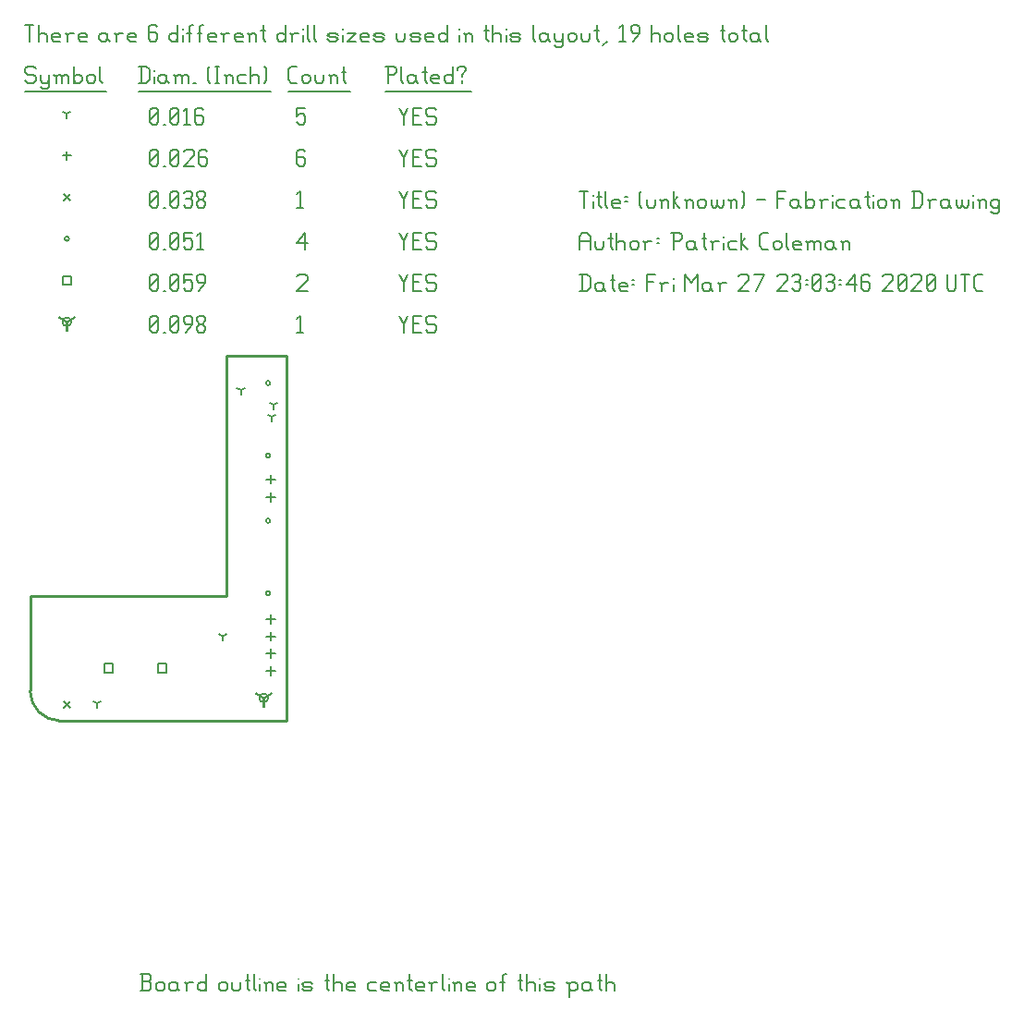
<source format=gbr>
G04 start of page 12 for group -3984 idx -3984 *
G04 Title: (unknown), fab *
G04 Creator: pcb 4.2.0 *
G04 CreationDate: Fri Mar 27 23:03:46 2020 UTC *
G04 For: blinken *
G04 Format: Gerber/RS-274X *
G04 PCB-Dimensions (mm): 65.00 56.00 *
G04 PCB-Coordinate-Origin: lower left *
%MOMM*%
%FSLAX43Y43*%
%LNFAB*%
%ADD68C,0.254*%
%ADD67C,0.191*%
%ADD66C,0.152*%
%ADD65C,0.002*%
%ADD64R,0.203X0.203*%
G54D64*X21850Y24400D02*Y23587D01*
G54D65*G36*
X21711Y24437D02*X22592Y24945D01*
X22693Y24769D01*
X21813Y24261D01*
X21711Y24437D01*
G37*
G36*
X21887Y24261D02*X21007Y24769D01*
X21108Y24945D01*
X21989Y24437D01*
X21887Y24261D01*
G37*
G54D64*X21444Y24400D02*G75*G03X22256Y24400I406J0D01*G01*
G75*G03X21444Y24400I-406J0D01*G01*
X3810Y58858D02*Y58045D01*
G54D65*G36*
X3671Y58895D02*X4552Y59403D01*
X4653Y59227D01*
X3773Y58719D01*
X3671Y58895D01*
G37*
G36*
X3847Y58719D02*X2967Y59227D01*
X3068Y59403D01*
X3949Y58895D01*
X3847Y58719D01*
G37*
G54D64*X3404Y58858D02*G75*G03X4216Y58858I406J0D01*G01*
G75*G03X3404Y58858I-406J0D01*G01*
G54D66*X34290Y59429D02*X34671Y58667D01*
X35052Y59429D01*
X34671Y58667D02*Y57905D01*
X35509Y58743D02*X36081D01*
X35509Y57905D02*X36271D01*
X35509Y59429D02*Y57905D01*
Y59429D02*X36271D01*
X37490D02*X37681Y59238D01*
X36919Y59429D02*X37490D01*
X36728Y59238D02*X36919Y59429D01*
X36728Y59238D02*Y58858D01*
X36919Y58667D01*
X37490D01*
X37681Y58476D01*
Y58096D01*
X37490Y57905D02*X37681Y58096D01*
X36919Y57905D02*X37490D01*
X36728Y58096D02*X36919Y57905D01*
X24892Y59124D02*X25197Y59429D01*
Y57905D01*
X24892D02*X25464D01*
X11430Y58096D02*X11620Y57905D01*
X11430Y59238D02*Y58096D01*
Y59238D02*X11620Y59429D01*
X12002D01*
X12192Y59238D01*
Y58096D01*
X12002Y57905D02*X12192Y58096D01*
X11620Y57905D02*X12002D01*
X11430Y58286D02*X12192Y59048D01*
X12649Y57905D02*X12840D01*
X13297Y58096D02*X13487Y57905D01*
X13297Y59238D02*Y58096D01*
Y59238D02*X13487Y59429D01*
X13868D01*
X14059Y59238D01*
Y58096D01*
X13868Y57905D02*X14059Y58096D01*
X13487Y57905D02*X13868D01*
X13297Y58286D02*X14059Y59048D01*
X14707Y57905D02*X15278Y58667D01*
Y59238D02*Y58667D01*
X15088Y59429D02*X15278Y59238D01*
X14707Y59429D02*X15088D01*
X14516Y59238D02*X14707Y59429D01*
X14516Y59238D02*Y58858D01*
X14707Y58667D01*
X15278D01*
X15735Y58096D02*X15926Y57905D01*
X15735Y58400D02*Y58096D01*
Y58400D02*X16002Y58667D01*
X16231D01*
X16497Y58400D01*
Y58096D01*
X16307Y57905D02*X16497Y58096D01*
X15926Y57905D02*X16307D01*
X15735Y58934D02*X16002Y58667D01*
X15735Y59238D02*Y58934D01*
Y59238D02*X15926Y59429D01*
X16307D01*
X16497Y59238D01*
Y58934D01*
X16231Y58667D02*X16497Y58934D01*
X12144Y27556D02*X12956D01*
X12144D02*Y26744D01*
X12956D01*
Y27556D02*Y26744D01*
X7244Y27556D02*X8056D01*
X7244D02*Y26744D01*
X8056D01*
Y27556D02*Y26744D01*
X3404Y63074D02*X4216D01*
X3404D02*Y62261D01*
X4216D01*
Y63074D02*Y62261D01*
X34290Y63239D02*X34671Y62477D01*
X35052Y63239D01*
X34671Y62477D02*Y61715D01*
X35509Y62553D02*X36081D01*
X35509Y61715D02*X36271D01*
X35509Y63239D02*Y61715D01*
Y63239D02*X36271D01*
X37490D02*X37681Y63048D01*
X36919Y63239D02*X37490D01*
X36728Y63048D02*X36919Y63239D01*
X36728Y63048D02*Y62668D01*
X36919Y62477D01*
X37490D01*
X37681Y62286D01*
Y61906D01*
X37490Y61715D02*X37681Y61906D01*
X36919Y61715D02*X37490D01*
X36728Y61906D02*X36919Y61715D01*
X24892Y63048D02*X25082Y63239D01*
X25654D01*
X25844Y63048D01*
Y62668D01*
X24892Y61715D02*X25844Y62668D01*
X24892Y61715D02*X25844D01*
X11430Y61906D02*X11620Y61715D01*
X11430Y63048D02*Y61906D01*
Y63048D02*X11620Y63239D01*
X12002D01*
X12192Y63048D01*
Y61906D01*
X12002Y61715D02*X12192Y61906D01*
X11620Y61715D02*X12002D01*
X11430Y62096D02*X12192Y62858D01*
X12649Y61715D02*X12840D01*
X13297Y61906D02*X13487Y61715D01*
X13297Y63048D02*Y61906D01*
Y63048D02*X13487Y63239D01*
X13868D01*
X14059Y63048D01*
Y61906D01*
X13868Y61715D02*X14059Y61906D01*
X13487Y61715D02*X13868D01*
X13297Y62096D02*X14059Y62858D01*
X14516Y63239D02*X15278D01*
X14516D02*Y62477D01*
X14707Y62668D01*
X15088D01*
X15278Y62477D01*
Y61906D01*
X15088Y61715D02*X15278Y61906D01*
X14707Y61715D02*X15088D01*
X14516Y61906D02*X14707Y61715D01*
X15926D02*X16497Y62477D01*
Y63048D02*Y62477D01*
X16307Y63239D02*X16497Y63048D01*
X15926Y63239D02*X16307D01*
X15735Y63048D02*X15926Y63239D01*
X15735Y63048D02*Y62668D01*
X15926Y62477D01*
X16497D01*
X22047Y34000D02*G75*G03X22453Y34000I203J0D01*G01*
G75*G03X22047Y34000I-203J0D01*G01*
Y40650D02*G75*G03X22453Y40650I203J0D01*G01*
G75*G03X22047Y40650I-203J0D01*G01*
Y46600D02*G75*G03X22453Y46600I203J0D01*G01*
G75*G03X22047Y46600I-203J0D01*G01*
Y53250D02*G75*G03X22453Y53250I203J0D01*G01*
G75*G03X22047Y53250I-203J0D01*G01*
X3607Y66478D02*G75*G03X4013Y66478I203J0D01*G01*
G75*G03X3607Y66478I-203J0D01*G01*
X34290Y67049D02*X34671Y66287D01*
X35052Y67049D01*
X34671Y66287D02*Y65525D01*
X35509Y66363D02*X36081D01*
X35509Y65525D02*X36271D01*
X35509Y67049D02*Y65525D01*
Y67049D02*X36271D01*
X37490D02*X37681Y66858D01*
X36919Y67049D02*X37490D01*
X36728Y66858D02*X36919Y67049D01*
X36728Y66858D02*Y66478D01*
X36919Y66287D01*
X37490D01*
X37681Y66096D01*
Y65716D01*
X37490Y65525D02*X37681Y65716D01*
X36919Y65525D02*X37490D01*
X36728Y65716D02*X36919Y65525D01*
X24892Y66096D02*X25654Y67049D01*
X24892Y66096D02*X25844D01*
X25654Y67049D02*Y65525D01*
X11430Y65716D02*X11620Y65525D01*
X11430Y66858D02*Y65716D01*
Y66858D02*X11620Y67049D01*
X12002D01*
X12192Y66858D01*
Y65716D01*
X12002Y65525D02*X12192Y65716D01*
X11620Y65525D02*X12002D01*
X11430Y65906D02*X12192Y66668D01*
X12649Y65525D02*X12840D01*
X13297Y65716D02*X13487Y65525D01*
X13297Y66858D02*Y65716D01*
Y66858D02*X13487Y67049D01*
X13868D01*
X14059Y66858D01*
Y65716D01*
X13868Y65525D02*X14059Y65716D01*
X13487Y65525D02*X13868D01*
X13297Y65906D02*X14059Y66668D01*
X14516Y67049D02*X15278D01*
X14516D02*Y66287D01*
X14707Y66478D01*
X15088D01*
X15278Y66287D01*
Y65716D01*
X15088Y65525D02*X15278Y65716D01*
X14707Y65525D02*X15088D01*
X14516Y65716D02*X14707Y65525D01*
X15735Y66744D02*X16040Y67049D01*
Y65525D01*
X15735D02*X16307D01*
X3495Y24105D02*X4105Y23495D01*
X3495D02*X4105Y24105D01*
X3505Y70592D02*X4115Y69983D01*
X3505D02*X4115Y70592D01*
X34290Y70859D02*X34671Y70097D01*
X35052Y70859D01*
X34671Y70097D02*Y69335D01*
X35509Y70173D02*X36081D01*
X35509Y69335D02*X36271D01*
X35509Y70859D02*Y69335D01*
Y70859D02*X36271D01*
X37490D02*X37681Y70668D01*
X36919Y70859D02*X37490D01*
X36728Y70668D02*X36919Y70859D01*
X36728Y70668D02*Y70288D01*
X36919Y70097D01*
X37490D01*
X37681Y69906D01*
Y69526D01*
X37490Y69335D02*X37681Y69526D01*
X36919Y69335D02*X37490D01*
X36728Y69526D02*X36919Y69335D01*
X24892Y70554D02*X25197Y70859D01*
Y69335D01*
X24892D02*X25464D01*
X11430Y69526D02*X11620Y69335D01*
X11430Y70668D02*Y69526D01*
Y70668D02*X11620Y70859D01*
X12002D01*
X12192Y70668D01*
Y69526D01*
X12002Y69335D02*X12192Y69526D01*
X11620Y69335D02*X12002D01*
X11430Y69716D02*X12192Y70478D01*
X12649Y69335D02*X12840D01*
X13297Y69526D02*X13487Y69335D01*
X13297Y70668D02*Y69526D01*
Y70668D02*X13487Y70859D01*
X13868D01*
X14059Y70668D01*
Y69526D01*
X13868Y69335D02*X14059Y69526D01*
X13487Y69335D02*X13868D01*
X13297Y69716D02*X14059Y70478D01*
X14516Y70668D02*X14707Y70859D01*
X15088D01*
X15278Y70668D01*
X15088Y69335D02*X15278Y69526D01*
X14707Y69335D02*X15088D01*
X14516Y69526D02*X14707Y69335D01*
Y70173D02*X15088D01*
X15278Y70668D02*Y70364D01*
Y69983D02*Y69526D01*
Y69983D02*X15088Y70173D01*
X15278Y70364D02*X15088Y70173D01*
X15735Y69526D02*X15926Y69335D01*
X15735Y69830D02*Y69526D01*
Y69830D02*X16002Y70097D01*
X16231D01*
X16497Y69830D01*
Y69526D01*
X16307Y69335D02*X16497Y69526D01*
X15926Y69335D02*X16307D01*
X15735Y70364D02*X16002Y70097D01*
X15735Y70668D02*Y70364D01*
Y70668D02*X15926Y70859D01*
X16307D01*
X16497Y70668D01*
Y70364D01*
X16231Y70097D02*X16497Y70364D01*
X22500Y27306D02*Y26494D01*
X22094Y26900D02*X22906D01*
X22500Y28906D02*Y28094D01*
X22094Y28500D02*X22906D01*
X22500Y30456D02*Y29644D01*
X22094Y30050D02*X22906D01*
X22500Y32006D02*Y31194D01*
X22094Y31600D02*X22906D01*
X22500Y43206D02*Y42394D01*
X22094Y42800D02*X22906D01*
X22500Y44856D02*Y44044D01*
X22094Y44450D02*X22906D01*
X3810Y74504D02*Y73691D01*
X3404Y74098D02*X4216D01*
X34290Y74669D02*X34671Y73907D01*
X35052Y74669D01*
X34671Y73907D02*Y73145D01*
X35509Y73983D02*X36081D01*
X35509Y73145D02*X36271D01*
X35509Y74669D02*Y73145D01*
Y74669D02*X36271D01*
X37490D02*X37681Y74478D01*
X36919Y74669D02*X37490D01*
X36728Y74478D02*X36919Y74669D01*
X36728Y74478D02*Y74098D01*
X36919Y73907D01*
X37490D01*
X37681Y73716D01*
Y73336D01*
X37490Y73145D02*X37681Y73336D01*
X36919Y73145D02*X37490D01*
X36728Y73336D02*X36919Y73145D01*
X25464Y74669D02*X25654Y74478D01*
X25082Y74669D02*X25464D01*
X24892Y74478D02*X25082Y74669D01*
X24892Y74478D02*Y73336D01*
X25082Y73145D01*
X25464Y73983D02*X25654Y73793D01*
X24892Y73983D02*X25464D01*
X25082Y73145D02*X25464D01*
X25654Y73336D01*
Y73793D02*Y73336D01*
X11430D02*X11620Y73145D01*
X11430Y74478D02*Y73336D01*
Y74478D02*X11620Y74669D01*
X12002D01*
X12192Y74478D01*
Y73336D01*
X12002Y73145D02*X12192Y73336D01*
X11620Y73145D02*X12002D01*
X11430Y73526D02*X12192Y74288D01*
X12649Y73145D02*X12840D01*
X13297Y73336D02*X13487Y73145D01*
X13297Y74478D02*Y73336D01*
Y74478D02*X13487Y74669D01*
X13868D01*
X14059Y74478D01*
Y73336D01*
X13868Y73145D02*X14059Y73336D01*
X13487Y73145D02*X13868D01*
X13297Y73526D02*X14059Y74288D01*
X14516Y74478D02*X14707Y74669D01*
X15278D01*
X15469Y74478D01*
Y74098D01*
X14516Y73145D02*X15469Y74098D01*
X14516Y73145D02*X15469D01*
X16497Y74669D02*X16688Y74478D01*
X16116Y74669D02*X16497D01*
X15926Y74478D02*X16116Y74669D01*
X15926Y74478D02*Y73336D01*
X16116Y73145D01*
X16497Y73983D02*X16688Y73793D01*
X15926Y73983D02*X16497D01*
X16116Y73145D02*X16497D01*
X16688Y73336D01*
Y73793D02*Y73336D01*
X18100Y30050D02*Y29644D01*
Y30050D02*X18452Y30253D01*
X18100Y30050D02*X17748Y30253D01*
X22750Y51250D02*Y50844D01*
Y51250D02*X23102Y51453D01*
X22750Y51250D02*X22398Y51453D01*
X6575Y23900D02*Y23494D01*
Y23900D02*X6927Y24103D01*
X6575Y23900D02*X6223Y24103D01*
X22600Y50150D02*Y49744D01*
Y50150D02*X22952Y50353D01*
X22600Y50150D02*X22248Y50353D01*
X19750Y52600D02*Y52194D01*
Y52600D02*X20102Y52803D01*
X19750Y52600D02*X19398Y52803D01*
X3810Y77908D02*Y77501D01*
Y77908D02*X4162Y78111D01*
X3810Y77908D02*X3458Y78111D01*
X34290Y78479D02*X34671Y77717D01*
X35052Y78479D01*
X34671Y77717D02*Y76955D01*
X35509Y77793D02*X36081D01*
X35509Y76955D02*X36271D01*
X35509Y78479D02*Y76955D01*
Y78479D02*X36271D01*
X37490D02*X37681Y78288D01*
X36919Y78479D02*X37490D01*
X36728Y78288D02*X36919Y78479D01*
X36728Y78288D02*Y77908D01*
X36919Y77717D01*
X37490D01*
X37681Y77526D01*
Y77146D01*
X37490Y76955D02*X37681Y77146D01*
X36919Y76955D02*X37490D01*
X36728Y77146D02*X36919Y76955D01*
X24892Y78479D02*X25654D01*
X24892D02*Y77717D01*
X25082Y77908D01*
X25464D01*
X25654Y77717D01*
Y77146D01*
X25464Y76955D02*X25654Y77146D01*
X25082Y76955D02*X25464D01*
X24892Y77146D02*X25082Y76955D01*
X11430Y77146D02*X11620Y76955D01*
X11430Y78288D02*Y77146D01*
Y78288D02*X11620Y78479D01*
X12002D01*
X12192Y78288D01*
Y77146D01*
X12002Y76955D02*X12192Y77146D01*
X11620Y76955D02*X12002D01*
X11430Y77336D02*X12192Y78098D01*
X12649Y76955D02*X12840D01*
X13297Y77146D02*X13487Y76955D01*
X13297Y78288D02*Y77146D01*
Y78288D02*X13487Y78479D01*
X13868D01*
X14059Y78288D01*
Y77146D01*
X13868Y76955D02*X14059Y77146D01*
X13487Y76955D02*X13868D01*
X13297Y77336D02*X14059Y78098D01*
X14516Y78174D02*X14821Y78479D01*
Y76955D01*
X14516D02*X15088D01*
X16116Y78479D02*X16307Y78288D01*
X15735Y78479D02*X16116D01*
X15545Y78288D02*X15735Y78479D01*
X15545Y78288D02*Y77146D01*
X15735Y76955D01*
X16116Y77793D02*X16307Y77603D01*
X15545Y77793D02*X16116D01*
X15735Y76955D02*X16116D01*
X16307Y77146D01*
Y77603D02*Y77146D01*
X762Y82289D02*X952Y82098D01*
X190Y82289D02*X762D01*
X0Y82098D02*X190Y82289D01*
X0Y82098D02*Y81718D01*
X190Y81527D01*
X762D01*
X952Y81336D01*
Y80956D01*
X762Y80765D02*X952Y80956D01*
X190Y80765D02*X762D01*
X0Y80956D02*X190Y80765D01*
X1410Y81527D02*Y80956D01*
X1600Y80765D01*
X2172Y81527D02*Y80384D01*
X1981Y80194D02*X2172Y80384D01*
X1600Y80194D02*X1981D01*
X1410Y80384D02*X1600Y80194D01*
Y80765D02*X1981D01*
X2172Y80956D01*
X2819Y81336D02*Y80765D01*
Y81336D02*X3010Y81527D01*
X3200D01*
X3391Y81336D01*
Y80765D01*
Y81336D02*X3581Y81527D01*
X3772D01*
X3962Y81336D01*
Y80765D01*
X2629Y81527D02*X2819Y81336D01*
X4420Y82289D02*Y80765D01*
Y80956D02*X4610Y80765D01*
X4991D01*
X5182Y80956D01*
Y81336D02*Y80956D01*
X4991Y81527D02*X5182Y81336D01*
X4610Y81527D02*X4991D01*
X4420Y81336D02*X4610Y81527D01*
X5639Y81336D02*Y80956D01*
Y81336D02*X5829Y81527D01*
X6210D01*
X6401Y81336D01*
Y80956D01*
X6210Y80765D02*X6401Y80956D01*
X5829Y80765D02*X6210D01*
X5639Y80956D02*X5829Y80765D01*
X6858Y82289D02*Y80956D01*
X7049Y80765D01*
X0Y79939D02*X7430D01*
X10604Y82289D02*Y80765D01*
X11100Y82289D02*X11366Y82022D01*
Y81032D01*
X11100Y80765D02*X11366Y81032D01*
X10414Y80765D02*X11100D01*
X10414Y82289D02*X11100D01*
G54D67*X11824Y81908D02*Y81870D01*
G54D66*Y81336D02*Y80765D01*
X12776Y81527D02*X12967Y81336D01*
X12395Y81527D02*X12776D01*
X12205Y81336D02*X12395Y81527D01*
X12205Y81336D02*Y80956D01*
X12395Y80765D01*
X12967Y81527D02*Y80956D01*
X13157Y80765D01*
X12395D02*X12776D01*
X12967Y80956D01*
X13805Y81336D02*Y80765D01*
Y81336D02*X13995Y81527D01*
X14186D01*
X14376Y81336D01*
Y80765D01*
Y81336D02*X14567Y81527D01*
X14757D01*
X14948Y81336D01*
Y80765D01*
X13614Y81527D02*X13805Y81336D01*
X15405Y80765D02*X15596D01*
X16739Y80956D02*X16929Y80765D01*
X16739Y82098D02*X16929Y82289D01*
X16739Y82098D02*Y80956D01*
X17386Y82289D02*X17767D01*
X17577D02*Y80765D01*
X17386D02*X17767D01*
X18415Y81336D02*Y80765D01*
Y81336D02*X18606Y81527D01*
X18796D01*
X18987Y81336D01*
Y80765D01*
X18225Y81527D02*X18415Y81336D01*
X19634Y81527D02*X20206D01*
X19444Y81336D02*X19634Y81527D01*
X19444Y81336D02*Y80956D01*
X19634Y80765D01*
X20206D01*
X20663Y82289D02*Y80765D01*
Y81336D02*X20853Y81527D01*
X21234D01*
X21425Y81336D01*
Y80765D01*
X21882Y82289D02*X22073Y82098D01*
Y80956D01*
X21882Y80765D02*X22073Y80956D01*
X10414Y79939D02*X22530D01*
X24397Y80765D02*X24892D01*
X24130Y81032D02*X24397Y80765D01*
X24130Y82022D02*Y81032D01*
Y82022D02*X24397Y82289D01*
X24892D01*
X25349Y81336D02*Y80956D01*
Y81336D02*X25540Y81527D01*
X25921D01*
X26111Y81336D01*
Y80956D01*
X25921Y80765D02*X26111Y80956D01*
X25540Y80765D02*X25921D01*
X25349Y80956D02*X25540Y80765D01*
X26568Y81527D02*Y80956D01*
X26759Y80765D01*
X27140D01*
X27330Y80956D01*
Y81527D02*Y80956D01*
X27978Y81336D02*Y80765D01*
Y81336D02*X28169Y81527D01*
X28359D01*
X28550Y81336D01*
Y80765D01*
X27788Y81527D02*X27978Y81336D01*
X29197Y82289D02*Y80956D01*
X29388Y80765D01*
X29007Y81718D02*X29388D01*
X24130Y79939D02*X29769D01*
X33210Y82289D02*Y80765D01*
X33020Y82289D02*X33782D01*
X33972Y82098D01*
Y81718D01*
X33782Y81527D02*X33972Y81718D01*
X33210Y81527D02*X33782D01*
X34430Y82289D02*Y80956D01*
X34620Y80765D01*
X35573Y81527D02*X35763Y81336D01*
X35192Y81527D02*X35573D01*
X35001Y81336D02*X35192Y81527D01*
X35001Y81336D02*Y80956D01*
X35192Y80765D01*
X35763Y81527D02*Y80956D01*
X35954Y80765D01*
X35192D02*X35573D01*
X35763Y80956D01*
X36601Y82289D02*Y80956D01*
X36792Y80765D01*
X36411Y81718D02*X36792D01*
X37363Y80765D02*X37935D01*
X37173Y80956D02*X37363Y80765D01*
X37173Y81336D02*Y80956D01*
Y81336D02*X37363Y81527D01*
X37744D01*
X37935Y81336D01*
X37173Y81146D02*X37935D01*
Y81336D02*Y81146D01*
X39154Y82289D02*Y80765D01*
X38964D02*X39154Y80956D01*
X38583Y80765D02*X38964D01*
X38392Y80956D02*X38583Y80765D01*
X38392Y81336D02*Y80956D01*
Y81336D02*X38583Y81527D01*
X38964D01*
X39154Y81336D01*
X39992Y81527D02*Y81336D01*
Y80956D02*Y80765D01*
X39611Y82098D02*Y81908D01*
Y82098D02*X39802Y82289D01*
X40183D01*
X40373Y82098D01*
Y81908D01*
X39992Y81527D02*X40373Y81908D01*
X33020Y79939D02*X40831D01*
X0Y86099D02*X762D01*
X381D02*Y84575D01*
X1219Y86099D02*Y84575D01*
Y85146D02*X1410Y85337D01*
X1791D01*
X1981Y85146D01*
Y84575D01*
X2629D02*X3200D01*
X2438Y84766D02*X2629Y84575D01*
X2438Y85146D02*Y84766D01*
Y85146D02*X2629Y85337D01*
X3010D01*
X3200Y85146D01*
X2438Y84956D02*X3200D01*
Y85146D02*Y84956D01*
X3848Y85146D02*Y84575D01*
Y85146D02*X4039Y85337D01*
X4420D01*
X3658D02*X3848Y85146D01*
X5067Y84575D02*X5639D01*
X4877Y84766D02*X5067Y84575D01*
X4877Y85146D02*Y84766D01*
Y85146D02*X5067Y85337D01*
X5448D01*
X5639Y85146D01*
X4877Y84956D02*X5639D01*
Y85146D02*Y84956D01*
X7353Y85337D02*X7544Y85146D01*
X6972Y85337D02*X7353D01*
X6782Y85146D02*X6972Y85337D01*
X6782Y85146D02*Y84766D01*
X6972Y84575D01*
X7544Y85337D02*Y84766D01*
X7734Y84575D01*
X6972D02*X7353D01*
X7544Y84766D01*
X8382Y85146D02*Y84575D01*
Y85146D02*X8573Y85337D01*
X8954D01*
X8192D02*X8382Y85146D01*
X9601Y84575D02*X10173D01*
X9411Y84766D02*X9601Y84575D01*
X9411Y85146D02*Y84766D01*
Y85146D02*X9601Y85337D01*
X9982D01*
X10173Y85146D01*
X9411Y84956D02*X10173D01*
Y85146D02*Y84956D01*
X11887Y86099D02*X12078Y85908D01*
X11506Y86099D02*X11887D01*
X11316Y85908D02*X11506Y86099D01*
X11316Y85908D02*Y84766D01*
X11506Y84575D01*
X11887Y85413D02*X12078Y85223D01*
X11316Y85413D02*X11887D01*
X11506Y84575D02*X11887D01*
X12078Y84766D01*
Y85223D02*Y84766D01*
X13983Y86099D02*Y84575D01*
X13792D02*X13983Y84766D01*
X13411Y84575D02*X13792D01*
X13221Y84766D02*X13411Y84575D01*
X13221Y85146D02*Y84766D01*
Y85146D02*X13411Y85337D01*
X13792D01*
X13983Y85146D01*
G54D67*X14440Y85718D02*Y85680D01*
G54D66*Y85146D02*Y84575D01*
X15011Y85908D02*Y84575D01*
Y85908D02*X15202Y86099D01*
X15392D01*
X14821Y85337D02*X15202D01*
X15964Y85908D02*Y84575D01*
Y85908D02*X16154Y86099D01*
X16345D01*
X15773Y85337D02*X16154D01*
X16916Y84575D02*X17488D01*
X16726Y84766D02*X16916Y84575D01*
X16726Y85146D02*Y84766D01*
Y85146D02*X16916Y85337D01*
X17297D01*
X17488Y85146D01*
X16726Y84956D02*X17488D01*
Y85146D02*Y84956D01*
X18136Y85146D02*Y84575D01*
Y85146D02*X18326Y85337D01*
X18707D01*
X17945D02*X18136Y85146D01*
X19355Y84575D02*X19926D01*
X19164Y84766D02*X19355Y84575D01*
X19164Y85146D02*Y84766D01*
Y85146D02*X19355Y85337D01*
X19736D01*
X19926Y85146D01*
X19164Y84956D02*X19926D01*
Y85146D02*Y84956D01*
X20574Y85146D02*Y84575D01*
Y85146D02*X20765Y85337D01*
X20955D01*
X21146Y85146D01*
Y84575D01*
X20384Y85337D02*X20574Y85146D01*
X21793Y86099D02*Y84766D01*
X21984Y84575D01*
X21603Y85528D02*X21984D01*
X23813Y86099D02*Y84575D01*
X23622D02*X23813Y84766D01*
X23241Y84575D02*X23622D01*
X23051Y84766D02*X23241Y84575D01*
X23051Y85146D02*Y84766D01*
Y85146D02*X23241Y85337D01*
X23622D01*
X23813Y85146D01*
X24460D02*Y84575D01*
Y85146D02*X24651Y85337D01*
X25032D01*
X24270D02*X24460Y85146D01*
G54D67*X25489Y85718D02*Y85680D01*
G54D66*Y85146D02*Y84575D01*
X25870Y86099D02*Y84766D01*
X26060Y84575D01*
X26441Y86099D02*Y84766D01*
X26632Y84575D01*
X27889D02*X28461D01*
X28651Y84766D01*
X28461Y84956D02*X28651Y84766D01*
X27889Y84956D02*X28461D01*
X27699Y85146D02*X27889Y84956D01*
X27699Y85146D02*X27889Y85337D01*
X28461D01*
X28651Y85146D01*
X27699Y84766D02*X27889Y84575D01*
G54D67*X29108Y85718D02*Y85680D01*
G54D66*Y85146D02*Y84575D01*
X29489Y85337D02*X30251D01*
X29489Y84575D02*X30251Y85337D01*
X29489Y84575D02*X30251D01*
X30899D02*X31471D01*
X30709Y84766D02*X30899Y84575D01*
X30709Y85146D02*Y84766D01*
Y85146D02*X30899Y85337D01*
X31280D01*
X31471Y85146D01*
X30709Y84956D02*X31471D01*
Y85146D02*Y84956D01*
X32118Y84575D02*X32690D01*
X32880Y84766D01*
X32690Y84956D02*X32880Y84766D01*
X32118Y84956D02*X32690D01*
X31928Y85146D02*X32118Y84956D01*
X31928Y85146D02*X32118Y85337D01*
X32690D01*
X32880Y85146D01*
X31928Y84766D02*X32118Y84575D01*
X34023Y85337D02*Y84766D01*
X34214Y84575D01*
X34595D01*
X34785Y84766D01*
Y85337D02*Y84766D01*
X35433Y84575D02*X36005D01*
X36195Y84766D01*
X36005Y84956D02*X36195Y84766D01*
X35433Y84956D02*X36005D01*
X35243Y85146D02*X35433Y84956D01*
X35243Y85146D02*X35433Y85337D01*
X36005D01*
X36195Y85146D01*
X35243Y84766D02*X35433Y84575D01*
X36843D02*X37414D01*
X36652Y84766D02*X36843Y84575D01*
X36652Y85146D02*Y84766D01*
Y85146D02*X36843Y85337D01*
X37224D01*
X37414Y85146D01*
X36652Y84956D02*X37414D01*
Y85146D02*Y84956D01*
X38633Y86099D02*Y84575D01*
X38443D02*X38633Y84766D01*
X38062Y84575D02*X38443D01*
X37871Y84766D02*X38062Y84575D01*
X37871Y85146D02*Y84766D01*
Y85146D02*X38062Y85337D01*
X38443D01*
X38633Y85146D01*
G54D67*X39776Y85718D02*Y85680D01*
G54D66*Y85146D02*Y84575D01*
X40348Y85146D02*Y84575D01*
Y85146D02*X40538Y85337D01*
X40729D01*
X40919Y85146D01*
Y84575D01*
X40157Y85337D02*X40348Y85146D01*
X42253Y86099D02*Y84766D01*
X42443Y84575D01*
X42062Y85528D02*X42443D01*
X42824Y86099D02*Y84575D01*
Y85146D02*X43015Y85337D01*
X43396D01*
X43586Y85146D01*
Y84575D01*
G54D67*X44044Y85718D02*Y85680D01*
G54D66*Y85146D02*Y84575D01*
X44615D02*X45187D01*
X45377Y84766D01*
X45187Y84956D02*X45377Y84766D01*
X44615Y84956D02*X45187D01*
X44425Y85146D02*X44615Y84956D01*
X44425Y85146D02*X44615Y85337D01*
X45187D01*
X45377Y85146D01*
X44425Y84766D02*X44615Y84575D01*
X46520Y86099D02*Y84766D01*
X46711Y84575D01*
X47663Y85337D02*X47854Y85146D01*
X47282Y85337D02*X47663D01*
X47092Y85146D02*X47282Y85337D01*
X47092Y85146D02*Y84766D01*
X47282Y84575D01*
X47854Y85337D02*Y84766D01*
X48044Y84575D01*
X47282D02*X47663D01*
X47854Y84766D01*
X48501Y85337D02*Y84766D01*
X48692Y84575D01*
X49263Y85337D02*Y84194D01*
X49073Y84004D02*X49263Y84194D01*
X48692Y84004D02*X49073D01*
X48501Y84194D02*X48692Y84004D01*
Y84575D02*X49073D01*
X49263Y84766D01*
X49721Y85146D02*Y84766D01*
Y85146D02*X49911Y85337D01*
X50292D01*
X50483Y85146D01*
Y84766D01*
X50292Y84575D02*X50483Y84766D01*
X49911Y84575D02*X50292D01*
X49721Y84766D02*X49911Y84575D01*
X50940Y85337D02*Y84766D01*
X51130Y84575D01*
X51511D01*
X51702Y84766D01*
Y85337D02*Y84766D01*
X52349Y86099D02*Y84766D01*
X52540Y84575D01*
X52159Y85528D02*X52540D01*
X52921Y84194D02*X53302Y84575D01*
X54445Y85794D02*X54750Y86099D01*
Y84575D01*
X54445D02*X55016D01*
X55664D02*X56236Y85337D01*
Y85908D02*Y85337D01*
X56045Y86099D02*X56236Y85908D01*
X55664Y86099D02*X56045D01*
X55474Y85908D02*X55664Y86099D01*
X55474Y85908D02*Y85528D01*
X55664Y85337D01*
X56236D01*
X57379Y86099D02*Y84575D01*
Y85146D02*X57569Y85337D01*
X57950D01*
X58141Y85146D01*
Y84575D01*
X58598Y85146D02*Y84766D01*
Y85146D02*X58788Y85337D01*
X59169D01*
X59360Y85146D01*
Y84766D01*
X59169Y84575D02*X59360Y84766D01*
X58788Y84575D02*X59169D01*
X58598Y84766D02*X58788Y84575D01*
X59817Y86099D02*Y84766D01*
X60008Y84575D01*
X60579D02*X61151D01*
X60389Y84766D02*X60579Y84575D01*
X60389Y85146D02*Y84766D01*
Y85146D02*X60579Y85337D01*
X60960D01*
X61151Y85146D01*
X60389Y84956D02*X61151D01*
Y85146D02*Y84956D01*
X61798Y84575D02*X62370D01*
X62560Y84766D01*
X62370Y84956D02*X62560Y84766D01*
X61798Y84956D02*X62370D01*
X61608Y85146D02*X61798Y84956D01*
X61608Y85146D02*X61798Y85337D01*
X62370D01*
X62560Y85146D01*
X61608Y84766D02*X61798Y84575D01*
X63894Y86099D02*Y84766D01*
X64084Y84575D01*
X63703Y85528D02*X64084D01*
X64465Y85146D02*Y84766D01*
Y85146D02*X64656Y85337D01*
X65037D01*
X65227Y85146D01*
Y84766D01*
X65037Y84575D02*X65227Y84766D01*
X64656Y84575D02*X65037D01*
X64465Y84766D02*X64656Y84575D01*
X65875Y86099D02*Y84766D01*
X66065Y84575D01*
X65684Y85528D02*X66065D01*
X67018Y85337D02*X67208Y85146D01*
X66637Y85337D02*X67018D01*
X66446Y85146D02*X66637Y85337D01*
X66446Y85146D02*Y84766D01*
X66637Y84575D01*
X67208Y85337D02*Y84766D01*
X67399Y84575D01*
X66637D02*X67018D01*
X67208Y84766D01*
X67856Y86099D02*Y84766D01*
X68047Y84575D01*
G54D68*X3050Y22300D02*X23900D01*
X23950Y55750D02*Y22300D01*
X450Y25100D02*Y33700D01*
X18400Y55750D02*Y39400D01*
Y39350D02*Y33700D01*
Y55750D02*X23950D01*
X450Y33700D02*X18400D01*
X450Y25050D02*G75*G03X3200Y22300I2750J0D01*G01*
G54D66*X10573Y-2413D02*X11335D01*
X11526Y-2222D01*
Y-1765D02*Y-2222D01*
X11335Y-1575D02*X11526Y-1765D01*
X10764Y-1575D02*X11335D01*
X10764Y-889D02*Y-2413D01*
X10573Y-889D02*X11335D01*
X11526Y-1080D01*
Y-1384D01*
X11335Y-1575D02*X11526Y-1384D01*
X11983Y-1842D02*Y-2222D01*
Y-1842D02*X12174Y-1651D01*
X12555D01*
X12745Y-1842D01*
Y-2222D01*
X12555Y-2413D02*X12745Y-2222D01*
X12174Y-2413D02*X12555D01*
X11983Y-2222D02*X12174Y-2413D01*
X13774Y-1651D02*X13964Y-1842D01*
X13393Y-1651D02*X13774D01*
X13202Y-1842D02*X13393Y-1651D01*
X13202Y-1842D02*Y-2222D01*
X13393Y-2413D01*
X13964Y-1651D02*Y-2222D01*
X14155Y-2413D01*
X13393D02*X13774D01*
X13964Y-2222D01*
X14803Y-1842D02*Y-2413D01*
Y-1842D02*X14993Y-1651D01*
X15374D01*
X14612D02*X14803Y-1842D01*
X16593Y-889D02*Y-2413D01*
X16403D02*X16593Y-2222D01*
X16022Y-2413D02*X16403D01*
X15831Y-2222D02*X16022Y-2413D01*
X15831Y-1842D02*Y-2222D01*
Y-1842D02*X16022Y-1651D01*
X16403D01*
X16593Y-1842D01*
X17736D02*Y-2222D01*
Y-1842D02*X17927Y-1651D01*
X18308D01*
X18498Y-1842D01*
Y-2222D01*
X18308Y-2413D02*X18498Y-2222D01*
X17927Y-2413D02*X18308D01*
X17736Y-2222D02*X17927Y-2413D01*
X18955Y-1651D02*Y-2222D01*
X19146Y-2413D01*
X19527D01*
X19717Y-2222D01*
Y-1651D02*Y-2222D01*
X20365Y-889D02*Y-2222D01*
X20556Y-2413D01*
X20175Y-1460D02*X20556D01*
X20937Y-889D02*Y-2222D01*
X21127Y-2413D01*
G54D67*X21508Y-1270D02*Y-1308D01*
G54D66*Y-1842D02*Y-2413D01*
X22080Y-1842D02*Y-2413D01*
Y-1842D02*X22270Y-1651D01*
X22461D01*
X22651Y-1842D01*
Y-2413D01*
X21889Y-1651D02*X22080Y-1842D01*
X23299Y-2413D02*X23870D01*
X23108Y-2222D02*X23299Y-2413D01*
X23108Y-1842D02*Y-2222D01*
Y-1842D02*X23299Y-1651D01*
X23680D01*
X23870Y-1842D01*
X23108Y-2032D02*X23870D01*
Y-1842D02*Y-2032D01*
G54D67*X25013Y-1270D02*Y-1308D01*
G54D66*Y-1842D02*Y-2413D01*
X25585D02*X26156D01*
X26347Y-2222D01*
X26156Y-2032D02*X26347Y-2222D01*
X25585Y-2032D02*X26156D01*
X25394Y-1842D02*X25585Y-2032D01*
X25394Y-1842D02*X25585Y-1651D01*
X26156D01*
X26347Y-1842D01*
X25394Y-2222D02*X25585Y-2413D01*
X27680Y-889D02*Y-2222D01*
X27871Y-2413D01*
X27490Y-1460D02*X27871D01*
X28252Y-889D02*Y-2413D01*
Y-1842D02*X28442Y-1651D01*
X28823D01*
X29014Y-1842D01*
Y-2413D01*
X29662D02*X30233D01*
X29471Y-2222D02*X29662Y-2413D01*
X29471Y-1842D02*Y-2222D01*
Y-1842D02*X29662Y-1651D01*
X30043D01*
X30233Y-1842D01*
X29471Y-2032D02*X30233D01*
Y-1842D02*Y-2032D01*
X31567Y-1651D02*X32138D01*
X31376Y-1842D02*X31567Y-1651D01*
X31376Y-1842D02*Y-2222D01*
X31567Y-2413D01*
X32138D01*
X32786D02*X33357D01*
X32595Y-2222D02*X32786Y-2413D01*
X32595Y-1842D02*Y-2222D01*
Y-1842D02*X32786Y-1651D01*
X33167D01*
X33357Y-1842D01*
X32595Y-2032D02*X33357D01*
Y-1842D02*Y-2032D01*
X34005Y-1842D02*Y-2413D01*
Y-1842D02*X34195Y-1651D01*
X34386D01*
X34576Y-1842D01*
Y-2413D01*
X33814Y-1651D02*X34005Y-1842D01*
X35224Y-889D02*Y-2222D01*
X35415Y-2413D01*
X35034Y-1460D02*X35415D01*
X35986Y-2413D02*X36558D01*
X35796Y-2222D02*X35986Y-2413D01*
X35796Y-1842D02*Y-2222D01*
Y-1842D02*X35986Y-1651D01*
X36367D01*
X36558Y-1842D01*
X35796Y-2032D02*X36558D01*
Y-1842D02*Y-2032D01*
X37205Y-1842D02*Y-2413D01*
Y-1842D02*X37396Y-1651D01*
X37777D01*
X37015D02*X37205Y-1842D01*
X38234Y-889D02*Y-2222D01*
X38425Y-2413D01*
G54D67*X38806Y-1270D02*Y-1308D01*
G54D66*Y-1842D02*Y-2413D01*
X39377Y-1842D02*Y-2413D01*
Y-1842D02*X39568Y-1651D01*
X39758D01*
X39949Y-1842D01*
Y-2413D01*
X39187Y-1651D02*X39377Y-1842D01*
X40596Y-2413D02*X41168D01*
X40406Y-2222D02*X40596Y-2413D01*
X40406Y-1842D02*Y-2222D01*
Y-1842D02*X40596Y-1651D01*
X40977D01*
X41168Y-1842D01*
X40406Y-2032D02*X41168D01*
Y-1842D02*Y-2032D01*
X42311Y-1842D02*Y-2222D01*
Y-1842D02*X42501Y-1651D01*
X42882D01*
X43073Y-1842D01*
Y-2222D01*
X42882Y-2413D02*X43073Y-2222D01*
X42501Y-2413D02*X42882D01*
X42311Y-2222D02*X42501Y-2413D01*
X43720Y-1080D02*Y-2413D01*
Y-1080D02*X43911Y-889D01*
X44101D01*
X43530Y-1651D02*X43911D01*
X45359Y-889D02*Y-2222D01*
X45549Y-2413D01*
X45168Y-1460D02*X45549D01*
X45930Y-889D02*Y-2413D01*
Y-1842D02*X46121Y-1651D01*
X46502D01*
X46692Y-1842D01*
Y-2413D01*
G54D67*X47149Y-1270D02*Y-1308D01*
G54D66*Y-1842D02*Y-2413D01*
X47721D02*X48292D01*
X48483Y-2222D01*
X48292Y-2032D02*X48483Y-2222D01*
X47721Y-2032D02*X48292D01*
X47530Y-1842D02*X47721Y-2032D01*
X47530Y-1842D02*X47721Y-1651D01*
X48292D01*
X48483Y-1842D01*
X47530Y-2222D02*X47721Y-2413D01*
X49816Y-1842D02*Y-2984D01*
X49626Y-1651D02*X49816Y-1842D01*
X50007Y-1651D01*
X50388D01*
X50578Y-1842D01*
Y-2222D01*
X50388Y-2413D02*X50578Y-2222D01*
X50007Y-2413D02*X50388D01*
X49816Y-2222D02*X50007Y-2413D01*
X51607Y-1651D02*X51798Y-1842D01*
X51226Y-1651D02*X51607D01*
X51036Y-1842D02*X51226Y-1651D01*
X51036Y-1842D02*Y-2222D01*
X51226Y-2413D01*
X51798Y-1651D02*Y-2222D01*
X51988Y-2413D01*
X51226D02*X51607D01*
X51798Y-2222D01*
X52636Y-889D02*Y-2222D01*
X52826Y-2413D01*
X52445Y-1460D02*X52826D01*
X53207Y-889D02*Y-2413D01*
Y-1842D02*X53398Y-1651D01*
X53779D01*
X53969Y-1842D01*
Y-2413D01*
X50990Y63239D02*Y61715D01*
X51486Y63239D02*X51752Y62972D01*
Y61982D01*
X51486Y61715D02*X51752Y61982D01*
X50800Y61715D02*X51486D01*
X50800Y63239D02*X51486D01*
X52781Y62477D02*X52972Y62286D01*
X52400Y62477D02*X52781D01*
X52210Y62286D02*X52400Y62477D01*
X52210Y62286D02*Y61906D01*
X52400Y61715D01*
X52972Y62477D02*Y61906D01*
X53162Y61715D01*
X52400D02*X52781D01*
X52972Y61906D01*
X53810Y63239D02*Y61906D01*
X54000Y61715D01*
X53619Y62668D02*X54000D01*
X54572Y61715D02*X55143D01*
X54381Y61906D02*X54572Y61715D01*
X54381Y62286D02*Y61906D01*
Y62286D02*X54572Y62477D01*
X54953D01*
X55143Y62286D01*
X54381Y62096D02*X55143D01*
Y62286D02*Y62096D01*
X55601Y62668D02*X55791D01*
X55601Y62286D02*X55791D01*
X56934Y63239D02*Y61715D01*
Y63239D02*X57696D01*
X56934Y62553D02*X57506D01*
X58344Y62286D02*Y61715D01*
Y62286D02*X58534Y62477D01*
X58915D01*
X58153D02*X58344Y62286D01*
G54D67*X59373Y62858D02*Y62820D01*
G54D66*Y62286D02*Y61715D01*
X60439Y63239D02*Y61715D01*
Y63239D02*X61011Y62477D01*
X61582Y63239D01*
Y61715D01*
X62611Y62477D02*X62802Y62286D01*
X62230Y62477D02*X62611D01*
X62040Y62286D02*X62230Y62477D01*
X62040Y62286D02*Y61906D01*
X62230Y61715D01*
X62802Y62477D02*Y61906D01*
X62992Y61715D01*
X62230D02*X62611D01*
X62802Y61906D01*
X63640Y62286D02*Y61715D01*
Y62286D02*X63830Y62477D01*
X64211D01*
X63449D02*X63640Y62286D01*
X65354Y63048D02*X65545Y63239D01*
X66116D01*
X66307Y63048D01*
Y62668D01*
X65354Y61715D02*X66307Y62668D01*
X65354Y61715D02*X66307D01*
X66954D02*X67716Y63239D01*
X66764D02*X67716D01*
X68859Y63048D02*X69050Y63239D01*
X69621D01*
X69812Y63048D01*
Y62668D01*
X68859Y61715D02*X69812Y62668D01*
X68859Y61715D02*X69812D01*
X70269Y63048D02*X70460Y63239D01*
X70841D01*
X71031Y63048D01*
X70841Y61715D02*X71031Y61906D01*
X70460Y61715D02*X70841D01*
X70269Y61906D02*X70460Y61715D01*
Y62553D02*X70841D01*
X71031Y63048D02*Y62744D01*
Y62363D02*Y61906D01*
Y62363D02*X70841Y62553D01*
X71031Y62744D02*X70841Y62553D01*
X71488Y62668D02*X71679D01*
X71488Y62286D02*X71679D01*
X72136Y61906D02*X72327Y61715D01*
X72136Y63048D02*Y61906D01*
Y63048D02*X72327Y63239D01*
X72708D01*
X72898Y63048D01*
Y61906D01*
X72708Y61715D02*X72898Y61906D01*
X72327Y61715D02*X72708D01*
X72136Y62096D02*X72898Y62858D01*
X73355Y63048D02*X73546Y63239D01*
X73927D01*
X74117Y63048D01*
X73927Y61715D02*X74117Y61906D01*
X73546Y61715D02*X73927D01*
X73355Y61906D02*X73546Y61715D01*
Y62553D02*X73927D01*
X74117Y63048D02*Y62744D01*
Y62363D02*Y61906D01*
Y62363D02*X73927Y62553D01*
X74117Y62744D02*X73927Y62553D01*
X74574Y62668D02*X74765D01*
X74574Y62286D02*X74765D01*
X75222D02*X75984Y63239D01*
X75222Y62286D02*X76175D01*
X75984Y63239D02*Y61715D01*
X77203Y63239D02*X77394Y63048D01*
X76822Y63239D02*X77203D01*
X76632Y63048D02*X76822Y63239D01*
X76632Y63048D02*Y61906D01*
X76822Y61715D01*
X77203Y62553D02*X77394Y62363D01*
X76632Y62553D02*X77203D01*
X76822Y61715D02*X77203D01*
X77394Y61906D01*
Y62363D02*Y61906D01*
X78537Y63048D02*X78727Y63239D01*
X79299D01*
X79489Y63048D01*
Y62668D01*
X78537Y61715D02*X79489Y62668D01*
X78537Y61715D02*X79489D01*
X79947Y61906D02*X80137Y61715D01*
X79947Y63048D02*Y61906D01*
Y63048D02*X80137Y63239D01*
X80518D01*
X80709Y63048D01*
Y61906D01*
X80518Y61715D02*X80709Y61906D01*
X80137Y61715D02*X80518D01*
X79947Y62096D02*X80709Y62858D01*
X81166Y63048D02*X81356Y63239D01*
X81928D01*
X82118Y63048D01*
Y62668D01*
X81166Y61715D02*X82118Y62668D01*
X81166Y61715D02*X82118D01*
X82575Y61906D02*X82766Y61715D01*
X82575Y63048D02*Y61906D01*
Y63048D02*X82766Y63239D01*
X83147D01*
X83337Y63048D01*
Y61906D01*
X83147Y61715D02*X83337Y61906D01*
X82766Y61715D02*X83147D01*
X82575Y62096D02*X83337Y62858D01*
X84480Y63239D02*Y61906D01*
X84671Y61715D01*
X85052D01*
X85242Y61906D01*
Y63239D02*Y61906D01*
X85700Y63239D02*X86462D01*
X86081D02*Y61715D01*
X87186D02*X87681D01*
X86919Y61982D02*X87186Y61715D01*
X86919Y62972D02*Y61982D01*
Y62972D02*X87186Y63239D01*
X87681D01*
X50800Y66668D02*Y65525D01*
Y66668D02*X51067Y67049D01*
X51486D01*
X51752Y66668D01*
Y65525D01*
X50800Y66287D02*X51752D01*
X52210D02*Y65716D01*
X52400Y65525D01*
X52781D01*
X52972Y65716D01*
Y66287D02*Y65716D01*
X53619Y67049D02*Y65716D01*
X53810Y65525D01*
X53429Y66478D02*X53810D01*
X54191Y67049D02*Y65525D01*
Y66096D02*X54381Y66287D01*
X54762D01*
X54953Y66096D01*
Y65525D01*
X55410Y66096D02*Y65716D01*
Y66096D02*X55601Y66287D01*
X55982D01*
X56172Y66096D01*
Y65716D01*
X55982Y65525D02*X56172Y65716D01*
X55601Y65525D02*X55982D01*
X55410Y65716D02*X55601Y65525D01*
X56820Y66096D02*Y65525D01*
Y66096D02*X57010Y66287D01*
X57391D01*
X56629D02*X56820Y66096D01*
X57849Y66478D02*X58039D01*
X57849Y66096D02*X58039D01*
X59373Y67049D02*Y65525D01*
X59182Y67049D02*X59944D01*
X60135Y66858D01*
Y66478D01*
X59944Y66287D02*X60135Y66478D01*
X59373Y66287D02*X59944D01*
X61163D02*X61354Y66096D01*
X60782Y66287D02*X61163D01*
X60592Y66096D02*X60782Y66287D01*
X60592Y66096D02*Y65716D01*
X60782Y65525D01*
X61354Y66287D02*Y65716D01*
X61544Y65525D01*
X60782D02*X61163D01*
X61354Y65716D01*
X62192Y67049D02*Y65716D01*
X62382Y65525D01*
X62001Y66478D02*X62382D01*
X62954Y66096D02*Y65525D01*
Y66096D02*X63144Y66287D01*
X63525D01*
X62763D02*X62954Y66096D01*
G54D67*X63983Y66668D02*Y66630D01*
G54D66*Y66096D02*Y65525D01*
X64554Y66287D02*X65126D01*
X64364Y66096D02*X64554Y66287D01*
X64364Y66096D02*Y65716D01*
X64554Y65525D01*
X65126D01*
X65583Y67049D02*Y65525D01*
Y66096D02*X66154Y65525D01*
X65583Y66096D02*X65964Y66478D01*
X67564Y65525D02*X68059D01*
X67297Y65792D02*X67564Y65525D01*
X67297Y66782D02*Y65792D01*
Y66782D02*X67564Y67049D01*
X68059D01*
X68517Y66096D02*Y65716D01*
Y66096D02*X68707Y66287D01*
X69088D01*
X69279Y66096D01*
Y65716D01*
X69088Y65525D02*X69279Y65716D01*
X68707Y65525D02*X69088D01*
X68517Y65716D02*X68707Y65525D01*
X69736Y67049D02*Y65716D01*
X69926Y65525D01*
X70498D02*X71069D01*
X70307Y65716D02*X70498Y65525D01*
X70307Y66096D02*Y65716D01*
Y66096D02*X70498Y66287D01*
X70879D01*
X71069Y66096D01*
X70307Y65906D02*X71069D01*
Y66096D02*Y65906D01*
X71717Y66096D02*Y65525D01*
Y66096D02*X71907Y66287D01*
X72098D01*
X72288Y66096D01*
Y65525D01*
Y66096D02*X72479Y66287D01*
X72669D01*
X72860Y66096D01*
Y65525D01*
X71526Y66287D02*X71717Y66096D01*
X73889Y66287D02*X74079Y66096D01*
X73508Y66287D02*X73889D01*
X73317Y66096D02*X73508Y66287D01*
X73317Y66096D02*Y65716D01*
X73508Y65525D01*
X74079Y66287D02*Y65716D01*
X74270Y65525D01*
X73508D02*X73889D01*
X74079Y65716D01*
X74917Y66096D02*Y65525D01*
Y66096D02*X75108Y66287D01*
X75298D01*
X75489Y66096D01*
Y65525D01*
X74727Y66287D02*X74917Y66096D01*
X50800Y70859D02*X51562D01*
X51181D02*Y69335D01*
G54D67*X52019Y70478D02*Y70440D01*
G54D66*Y69906D02*Y69335D01*
X52591Y70859D02*Y69526D01*
X52781Y69335D01*
X52400Y70288D02*X52781D01*
X53162Y70859D02*Y69526D01*
X53353Y69335D01*
X53924D02*X54496D01*
X53734Y69526D02*X53924Y69335D01*
X53734Y69906D02*Y69526D01*
Y69906D02*X53924Y70097D01*
X54305D01*
X54496Y69906D01*
X53734Y69716D02*X54496D01*
Y69906D02*Y69716D01*
X54953Y70288D02*X55143D01*
X54953Y69906D02*X55143D01*
X56286Y69526D02*X56477Y69335D01*
X56286Y70668D02*X56477Y70859D01*
X56286Y70668D02*Y69526D01*
X56934Y70097D02*Y69526D01*
X57125Y69335D01*
X57506D01*
X57696Y69526D01*
Y70097D02*Y69526D01*
X58344Y69906D02*Y69335D01*
Y69906D02*X58534Y70097D01*
X58725D01*
X58915Y69906D01*
Y69335D01*
X58153Y70097D02*X58344Y69906D01*
X59373Y70859D02*Y69335D01*
Y69906D02*X59944Y69335D01*
X59373Y69906D02*X59754Y70288D01*
X60592Y69906D02*Y69335D01*
Y69906D02*X60782Y70097D01*
X60973D01*
X61163Y69906D01*
Y69335D01*
X60401Y70097D02*X60592Y69906D01*
X61620D02*Y69526D01*
Y69906D02*X61811Y70097D01*
X62192D01*
X62382Y69906D01*
Y69526D01*
X62192Y69335D02*X62382Y69526D01*
X61811Y69335D02*X62192D01*
X61620Y69526D02*X61811Y69335D01*
X62840Y70097D02*Y69526D01*
X63030Y69335D01*
X63221D01*
X63411Y69526D01*
Y70097D02*Y69526D01*
X63602Y69335D01*
X63792D01*
X63983Y69526D01*
Y70097D02*Y69526D01*
X64630Y69906D02*Y69335D01*
Y69906D02*X64821Y70097D01*
X65011D01*
X65202Y69906D01*
Y69335D01*
X64440Y70097D02*X64630Y69906D01*
X65659Y70859D02*X65850Y70668D01*
Y69526D01*
X65659Y69335D02*X65850Y69526D01*
X66993Y70097D02*X67755D01*
X68898Y70859D02*Y69335D01*
Y70859D02*X69660D01*
X68898Y70173D02*X69469D01*
X70688Y70097D02*X70879Y69906D01*
X70307Y70097D02*X70688D01*
X70117Y69906D02*X70307Y70097D01*
X70117Y69906D02*Y69526D01*
X70307Y69335D01*
X70879Y70097D02*Y69526D01*
X71069Y69335D01*
X70307D02*X70688D01*
X70879Y69526D01*
X71526Y70859D02*Y69335D01*
Y69526D02*X71717Y69335D01*
X72098D01*
X72288Y69526D01*
Y69906D02*Y69526D01*
X72098Y70097D02*X72288Y69906D01*
X71717Y70097D02*X72098D01*
X71526Y69906D02*X71717Y70097D01*
X72936Y69906D02*Y69335D01*
Y69906D02*X73127Y70097D01*
X73508D01*
X72746D02*X72936Y69906D01*
G54D67*X73965Y70478D02*Y70440D01*
G54D66*Y69906D02*Y69335D01*
X74536Y70097D02*X75108D01*
X74346Y69906D02*X74536Y70097D01*
X74346Y69906D02*Y69526D01*
X74536Y69335D01*
X75108D01*
X76137Y70097D02*X76327Y69906D01*
X75756Y70097D02*X76137D01*
X75565Y69906D02*X75756Y70097D01*
X75565Y69906D02*Y69526D01*
X75756Y69335D01*
X76327Y70097D02*Y69526D01*
X76518Y69335D01*
X75756D02*X76137D01*
X76327Y69526D01*
X77165Y70859D02*Y69526D01*
X77356Y69335D01*
X76975Y70288D02*X77356D01*
G54D67*X77737Y70478D02*Y70440D01*
G54D66*Y69906D02*Y69335D01*
X78118Y69906D02*Y69526D01*
Y69906D02*X78308Y70097D01*
X78689D01*
X78880Y69906D01*
Y69526D01*
X78689Y69335D02*X78880Y69526D01*
X78308Y69335D02*X78689D01*
X78118Y69526D02*X78308Y69335D01*
X79527Y69906D02*Y69335D01*
Y69906D02*X79718Y70097D01*
X79908D01*
X80099Y69906D01*
Y69335D01*
X79337Y70097D02*X79527Y69906D01*
X81432Y70859D02*Y69335D01*
X81928Y70859D02*X82194Y70592D01*
Y69602D01*
X81928Y69335D02*X82194Y69602D01*
X81242Y69335D02*X81928D01*
X81242Y70859D02*X81928D01*
X82842Y69906D02*Y69335D01*
Y69906D02*X83033Y70097D01*
X83414D01*
X82652D02*X82842Y69906D01*
X84442Y70097D02*X84633Y69906D01*
X84061Y70097D02*X84442D01*
X83871Y69906D02*X84061Y70097D01*
X83871Y69906D02*Y69526D01*
X84061Y69335D01*
X84633Y70097D02*Y69526D01*
X84823Y69335D01*
X84061D02*X84442D01*
X84633Y69526D01*
X85281Y70097D02*Y69526D01*
X85471Y69335D01*
X85662D01*
X85852Y69526D01*
Y70097D02*Y69526D01*
X86043Y69335D01*
X86233D01*
X86424Y69526D01*
Y70097D02*Y69526D01*
G54D67*X86881Y70478D02*Y70440D01*
G54D66*Y69906D02*Y69335D01*
X87452Y69906D02*Y69335D01*
Y69906D02*X87643Y70097D01*
X87833D01*
X88024Y69906D01*
Y69335D01*
X87262Y70097D02*X87452Y69906D01*
X89052Y70097D02*X89243Y69906D01*
X88671Y70097D02*X89052D01*
X88481Y69906D02*X88671Y70097D01*
X88481Y69906D02*Y69526D01*
X88671Y69335D01*
X89052D01*
X89243Y69526D01*
X88481Y68954D02*X88671Y68764D01*
X89052D01*
X89243Y68954D01*
Y70097D02*Y68954D01*
M02*

</source>
